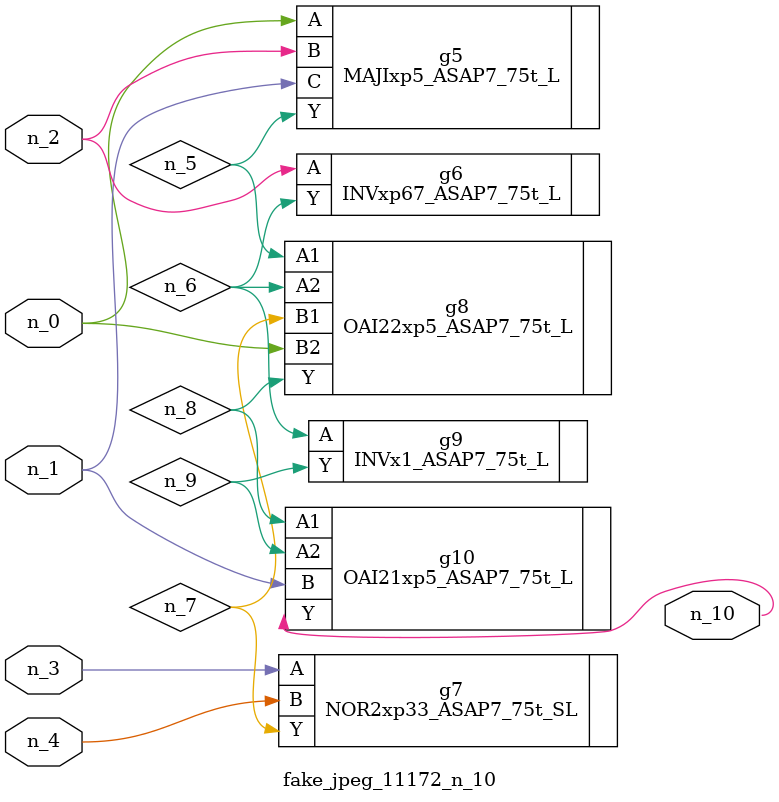
<source format=v>
module fake_jpeg_11172_n_10 (n_3, n_2, n_1, n_0, n_4, n_10);

input n_3;
input n_2;
input n_1;
input n_0;
input n_4;

output n_10;

wire n_8;
wire n_9;
wire n_6;
wire n_5;
wire n_7;

MAJIxp5_ASAP7_75t_L g5 ( 
.A(n_0),
.B(n_2),
.C(n_1),
.Y(n_5)
);

INVxp67_ASAP7_75t_L g6 ( 
.A(n_2),
.Y(n_6)
);

NOR2xp33_ASAP7_75t_SL g7 ( 
.A(n_3),
.B(n_4),
.Y(n_7)
);

OAI22xp5_ASAP7_75t_L g8 ( 
.A1(n_5),
.A2(n_6),
.B1(n_7),
.B2(n_0),
.Y(n_8)
);

OAI21xp5_ASAP7_75t_L g10 ( 
.A1(n_8),
.A2(n_9),
.B(n_1),
.Y(n_10)
);

INVx1_ASAP7_75t_L g9 ( 
.A(n_6),
.Y(n_9)
);


endmodule
</source>
